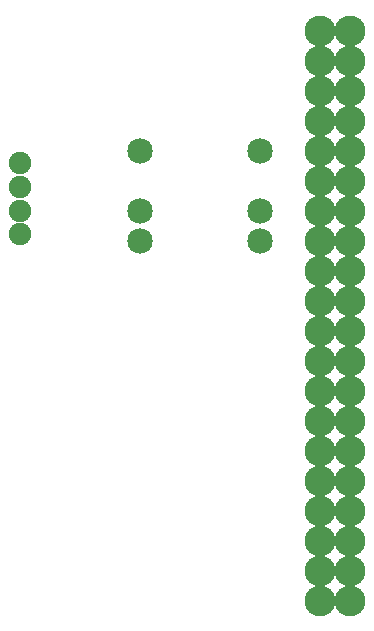
<source format=gbs>
G04 MADE WITH FRITZING*
G04 WWW.FRITZING.ORG*
G04 DOUBLE SIDED*
G04 HOLES PLATED*
G04 CONTOUR ON CENTER OF CONTOUR VECTOR*
%ASAXBY*%
%FSLAX23Y23*%
%MOIN*%
%OFA0B0*%
%SFA1.0B1.0*%
%ADD10C,0.085000*%
%ADD11C,0.075000*%
%ADD12C,0.102778*%
%LNMASK0*%
G90*
G70*
G54D10*
X3365Y2410D03*
X3765Y2410D03*
X3365Y2510D03*
X3765Y2510D03*
X3365Y2710D03*
X3765Y2710D03*
G54D11*
X2965Y2431D03*
X2965Y2510D03*
X2965Y2588D03*
X2965Y2667D03*
G54D12*
X3965Y3110D03*
X3965Y3010D03*
X3965Y2910D03*
X3965Y2810D03*
X3965Y2710D03*
X3965Y2610D03*
X3965Y2510D03*
X3965Y2410D03*
X3965Y2310D03*
X3965Y2210D03*
X3965Y2110D03*
X3965Y2010D03*
X3965Y1910D03*
X3965Y1810D03*
X3965Y1710D03*
X3965Y1610D03*
X3965Y1510D03*
X3965Y1410D03*
X3965Y1310D03*
X3965Y1210D03*
X4065Y1210D03*
X4065Y1310D03*
X4065Y1410D03*
X4065Y1510D03*
X4065Y1610D03*
X4065Y1710D03*
X4065Y1810D03*
X4065Y1910D03*
X4065Y2010D03*
X4065Y2110D03*
X4065Y2210D03*
X4065Y2310D03*
X4065Y2410D03*
X4065Y2510D03*
X4065Y2610D03*
X4065Y2710D03*
X4065Y2810D03*
X4065Y2910D03*
X4065Y3010D03*
X4065Y3110D03*
G04 End of Mask0*
M02*
</source>
